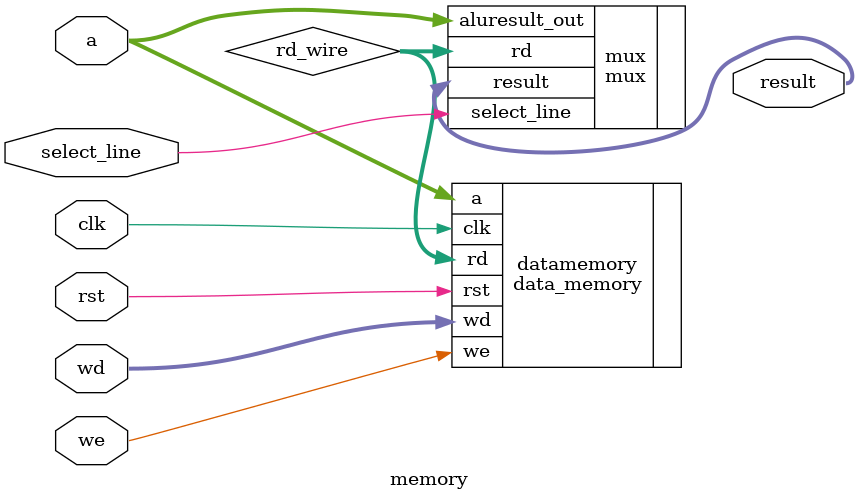
<source format=v>
`timescale 1ns/1ps

module memory ( select_line, a, wd,clk,rst,we,result);
input [15:0] a;
input [15:0] wd; 
input clk, rst, we,select_line;
output [15:0] result;
 
wire [15:0] rd_wire;

data_memory datamemory ( .a(a),
			.wd(wd),
			.clk(clk),
			.rst(rst),
			.we(we),
			.rd(rd_wire));

mux mux(.aluresult_out(a),
	.rd(rd_wire),
	.result(result),
	. select_line(select_line));
endmodule

</source>
